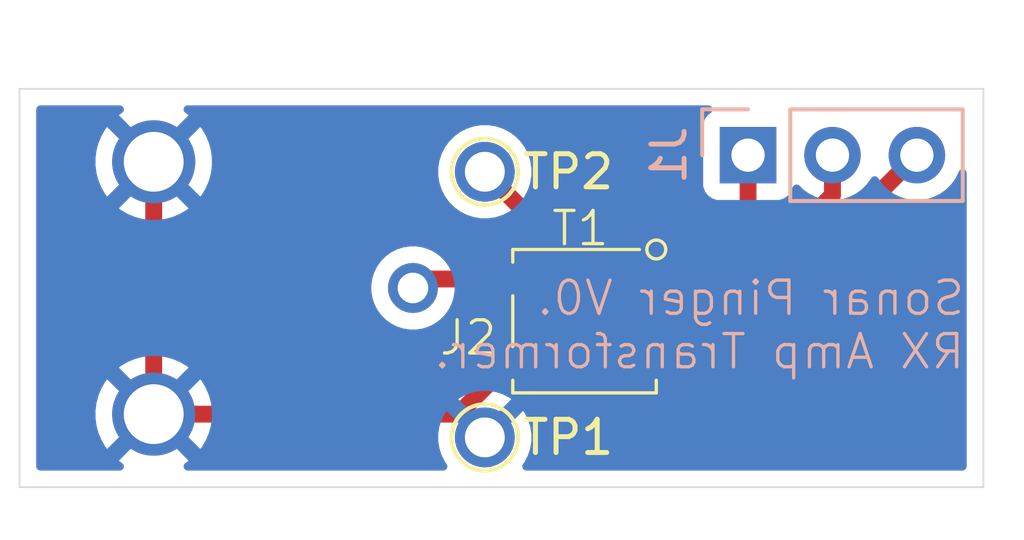
<source format=kicad_pcb>
(kicad_pcb (version 20241229) (generator "pcbnew") (generator_version "9.0")
  (layers (0 "F.Cu" signal) (2 "B.Cu" signal) (13 "F.Paste" user) (15 "B.Paste" user) (5 "F.SilkS" user "F.Silkscreen") (7 "B.SilkS" user "B.Silkscreen") (1 "F.Mask" user) (3 "B.Mask" user) (25 "Edge.Cuts" user))
  (net 0 "")
  (net 1 "GND")
  (net 2 "Net-(J1-Pin_1)")
  (net 3 "Net-(J1-Pin_3)")
  (net 4 "Net-(J2-In)")
  (net 5 "GND1")
  (footprint "pd_footprints:BNC_Molex_0731000105_Horizontal" (layer "F.Cu") (at 84.0375 96 90)
    (property "Reference" "J2" (at -1.5 9.4625 0) (layer "F.SilkS") (effects (font (thickness 0.1))))
    (property "Value" "Conn_Coaxial")
    (pad "1" thru_hole circle (at 0 7.8 90) (size 1.5 1.5) (drill 0.92) (layers "*.Cu" "*.Mask") (net 4 "Net-(J2-In)"))
    (pad "2" thru_hole circle (at -3.8 0 90) (size 2.5 2.5) (drill 1.8) (layers "*.Cu" "*.Mask") (net 5 "GND1"))
    (pad "2" thru_hole circle (at 3.8 0 90) (size 2.5 2.5) (drill 1.8) (layers "*.Cu" "*.Mask") (net 5 "GND1"))
  )
  (footprint "pd_footprints:CX2041ANLT" (layer "F.Cu") (at 97 97 90)
    (property "Reference" "T1" (at 2.794 -0.127 0) (layer "F.SilkS") (effects (font (thickness 0.1))))
    (property "Value" "CX2041ANLT")
    (fp_line (start 2.159 -2.159) (end 2.159 1.651) (stroke (width 0.1)) (layer "F.SilkS"))
    (fp_line (start 1.778 -2.159) (end 2.159 -2.159) (stroke (width 0.1)) (layer "F.SilkS"))
    (fp_line (start -0.762 -2.159) (end 0.762 -2.159) (stroke (width 0.1)) (layer "F.SilkS"))
    (fp_line (start -1.778 -2.159) (end -2.032 -2.159) (stroke (width 0.1)) (layer "F.SilkS"))
    (fp_line (start -2.032 -2.159) (end -2.159 -2.159) (stroke (width 0.1)) (layer "F.SilkS"))
    (fp_line (start -2.159 -2.159) (end -2.159 -1.651) (stroke (width 0.1)) (layer "F.SilkS"))
    (fp_line (start -2.159 -1.651) (end -2.159 2.159) (stroke (width 0.1)) (layer "F.SilkS"))
    (fp_line (start -1.778 2.159) (end -2.159 2.159) (stroke (width 0.1)) (layer "F.SilkS"))
    (fp_circle (center 2.159 2.159) (end 2.286 1.905) (stroke (width 0.1)) (fill no) (layer "F.SilkS"))
    (pad "1" smd roundrect (at 1.27 1.5875 90) (size 0.762 1.651) (layers "F.Cu" "F.Mask" "F.Paste") (net 2 "Net-(J1-Pin_1)"))
    (pad "2" smd roundrect (at 0 1.5875 90) (size 0.762 1.651) (layers "F.Cu" "F.Mask" "F.Paste") (net 1 "GND"))
    (pad "3" smd roundrect (at -1.27 1.5875 90) (size 0.762 1.651) (layers "F.Cu" "F.Mask" "F.Paste") (net 3 "Net-(J1-Pin_3)"))
    (pad "4" smd roundrect (at -1.27 -1.5875 90) (size 0.762 1.651) (layers "F.Cu" "F.Mask" "F.Paste") (net 5 "GND1"))
    (pad "6" smd roundrect (at 1.27 -1.5875 90) (size 0.762 1.651) (layers "F.Cu" "F.Mask" "F.Paste") (net 4 "Net-(J2-In)"))
  )
  (footprint "pd_footprints:TestPoint_THTPad_D1.8mm_Drill1.2mm" (layer "F.Cu") (at 94 100.5)
    (property "Reference" "TP1" (at 2.5 0 0) (layer "F.SilkS"))
    (property "Value" "TestPoint")
    (fp_circle (center 0 0) (end 1 0) (stroke (width 0.12)) (fill no) (layer "F.SilkS"))
    (pad "1" thru_hole circle (at 0 0) (size 1.8 1.8) (drill 1.2) (layers "*.Cu" "*.Mask") (net 5 "GND1"))
  )
  (footprint "pd_footprints:TestPoint_THTPad_D1.8mm_Drill1.2mm" (layer "F.Cu") (at 94 92.5)
    (property "Reference" "TP2" (at 2.5 0 0) (layer "F.SilkS"))
    (property "Value" "TestPoint")
    (fp_circle (center 0 0) (end 1 0) (stroke (width 0.12)) (fill no) (layer "F.SilkS"))
    (pad "1" thru_hole circle (at 0 0) (size 1.8 1.8) (drill 1.2) (layers "*.Cu" "*.Mask") (net 4 "Net-(J2-In)"))
  )
  (footprint "Connector_PinHeader_2.54mm:PinHeader_1x03_P2.54mm_Vertical" (layer "B.Cu") (at 101.92 92 -90)
    (property "Reference" "J1" (at 0 2.38 90) (layer "B.SilkS") (effects (justify mirror)))
    (property "Value" "Conn_01x03")
    (fp_line (start -1.38 1.38) (end 0 1.38) (stroke (width 0.12)) (layer "B.SilkS"))
    (fp_line (start -1.38 0) (end -1.38 1.38) (stroke (width 0.12)) (layer "B.SilkS"))
    (fp_line (start -1.38 -1.27) (end 1.38 -1.27) (stroke (width 0.12)) (layer "B.SilkS"))
    (fp_line (start -1.38 -1.27) (end -1.38 -6.46) (stroke (width 0.12)) (layer "B.SilkS"))
    (fp_line (start 1.38 -1.27) (end 1.38 -6.46) (stroke (width 0.12)) (layer "B.SilkS"))
    (fp_line (start -1.38 -6.46) (end 1.38 -6.46) (stroke (width 0.12)) (layer "B.SilkS"))
    (pad "1" thru_hole rect (at 0 0 270) (size 1.7 1.7) (drill 1) (layers "*.Cu" "*.Mask") (net 2 "Net-(J1-Pin_1)"))
    (pad "2" thru_hole circle (at 0 -2.54 270) (size 1.7 1.7) (drill 1) (layers "*.Cu" "*.Mask") (net 1 "GND"))
    (pad "3" thru_hole circle (at 0 -5.08 270) (size 1.7 1.7) (drill 1) (layers "*.Cu" "*.Mask") (net 3 "Net-(J1-Pin_3)"))
  )
  (gr_line (start 80 102) (end 80 90) (stroke (width 0.05)) (layer "Edge.Cuts"))
  (gr_line (start 80 90) (end 109 90) (stroke (width 0.05)) (layer "Edge.Cuts"))
  (gr_line (start 109 90) (end 109 102) (stroke (width 0.05)) (layer "Edge.Cuts"))
  (gr_line (start 109 102) (end 80 102) (stroke (width 0.05)) (layer "Edge.Cuts"))
  (gr_text "Sonar Pinger V0. \nRX Amp Transformer." (at 108.5 98.5 0) (layer "B.SilkS") (effects (font (size 1 1) (thickness 0.1)) (justify left bottom mirror)))
  (segment (start 104.46 93.202081) (end 104.46 92) (width 0.508) (layer "F.Cu") (net 1))
  (segment (start 100.662081 97) (end 104.46 93.202081) (width 0.508) (layer "F.Cu") (net 1))
  (segment (start 98.5875 97) (end 100.662081 97) (width 0.508) (layer "F.Cu") (net 1))
  (segment (start 101.92 92) (end 101.92 94.08) (width 0.508) (layer "F.Cu") (net 2))
  (segment (start 100.27 95.73) (end 98.5875 95.73) (width 0.508) (layer "F.Cu") (net 2))
  (segment (start 101.92 94.08) (end 100.27 95.73) (width 0.508) (layer "F.Cu") (net 2))
  (segment (start 107 92) (end 100.73 98.27) (width 0.508) (layer "F.Cu") (net 3))
  (segment (start 100.73 98.27) (end 98.5875 98.27) (width 0.508) (layer "F.Cu") (net 3))
  (segment (start 92.1075 95.73) (end 91.8375 96) (width 0.508) (layer "F.Cu") (net 4))
  (segment (start 95.4125 95.73) (end 95.4125 93.9125) (width 0.508) (layer "F.Cu") (net 4))
  (segment (start 95.4125 95.73) (end 92.1075 95.73) (width 0.508) (layer "F.Cu") (net 4))
  (segment (start 95.4125 93.9125) (end 94 92.5) (width 0.508) (layer "F.Cu") (net 4))
  (segment (start 94.73 98.27) (end 93.2 99.8) (width 0.508) (layer "F.Cu") (net 5))
  (segment (start 95.4125 98.27) (end 94.73 98.27) (width 0.508) (layer "F.Cu") (net 5))
  (segment (start 84.0375 92.2) (end 84.0375 99.8) (width 0.508) (layer "F.Cu") (net 5))
  (segment (start 93.2 99.8) (end 84.0375 99.8) (width 0.508) (layer "F.Cu") (net 5))
  (zone (net 5) (net_name "GND1") (layer "B.Cu") (connect_pads (clearance 0.5)) (min_thickness 0.25) (fill yes (thermal_gap 0.5) (thermal_bridge_width 0.5))
    (polygon (pts (xy 80 90) (xy 109 90) (xy 109 102) (xy 80 102)))
  )
)
</source>
